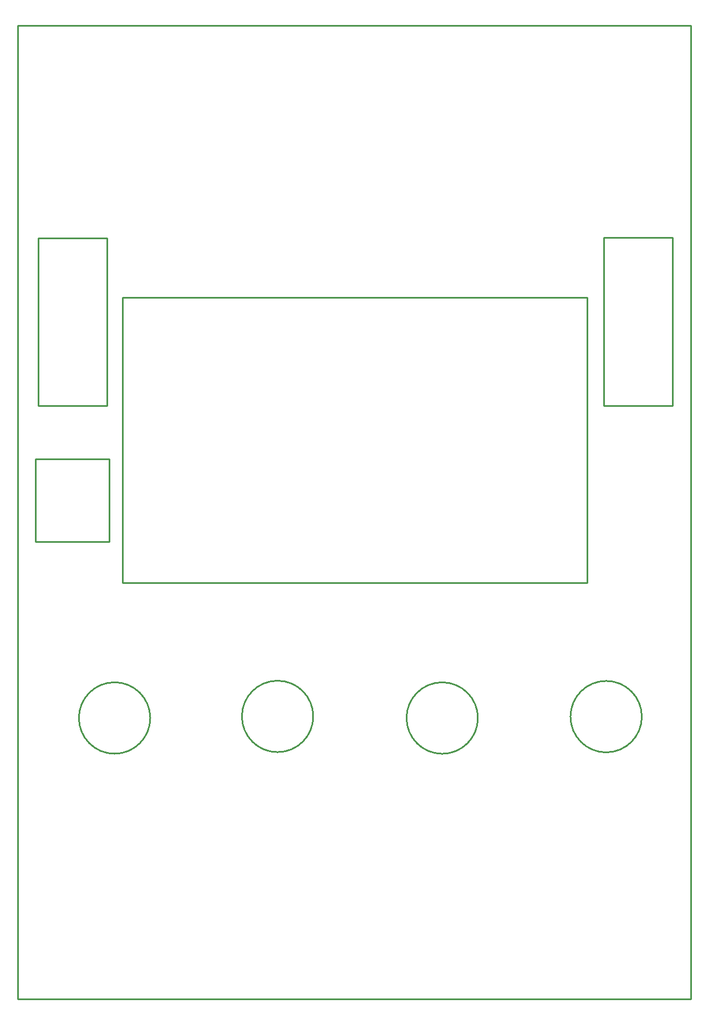
<source format=gbr>
G04*
G04 #@! TF.GenerationSoftware,Altium Limited,Altium Designer,24.1.2 (44)*
G04*
G04 Layer_Color=16711935*
%FSLAX25Y25*%
%MOIN*%
G70*
G04*
G04 #@! TF.SameCoordinates,A85318EA-E4D8-42E9-B0A6-CF3BD3DAF5E5*
G04*
G04*
G04 #@! TF.FilePolarity,Positive*
G04*
G01*
G75*
%ADD12C,0.01000*%
D12*
X878488Y503252D02*
G03*
X878488Y503252I-21457J0D01*
G01*
X977472Y502268D02*
G03*
X977472Y502268I-21457J0D01*
G01*
X1076037Y503113D02*
G03*
X1076037Y503113I-21457J0D01*
G01*
X780488Y502299D02*
G03*
X780488Y502299I-21457J0D01*
G01*
X711417Y608268D02*
X755905D01*
X711417Y657874D02*
X755905D01*
Y608268D02*
Y657874D01*
X711417Y608268D02*
Y657874D01*
X763779Y583661D02*
X1043307D01*
X763779Y754921D02*
X1043307D01*
Y583661D02*
Y754921D01*
X763779Y583661D02*
Y754921D01*
X700787Y333661D02*
X1105315D01*
X700787Y918307D02*
X1105315D01*
Y333661D02*
Y918307D01*
X700787Y333661D02*
Y918307D01*
X1094488Y689961D02*
Y790748D01*
X1053150Y689961D02*
Y790748D01*
X1094488D01*
X1053150Y689961D02*
X1094488D01*
X754383Y689722D02*
Y790509D01*
X713044Y689722D02*
Y790509D01*
X754383D01*
X713044Y689722D02*
X754383D01*
M02*

</source>
